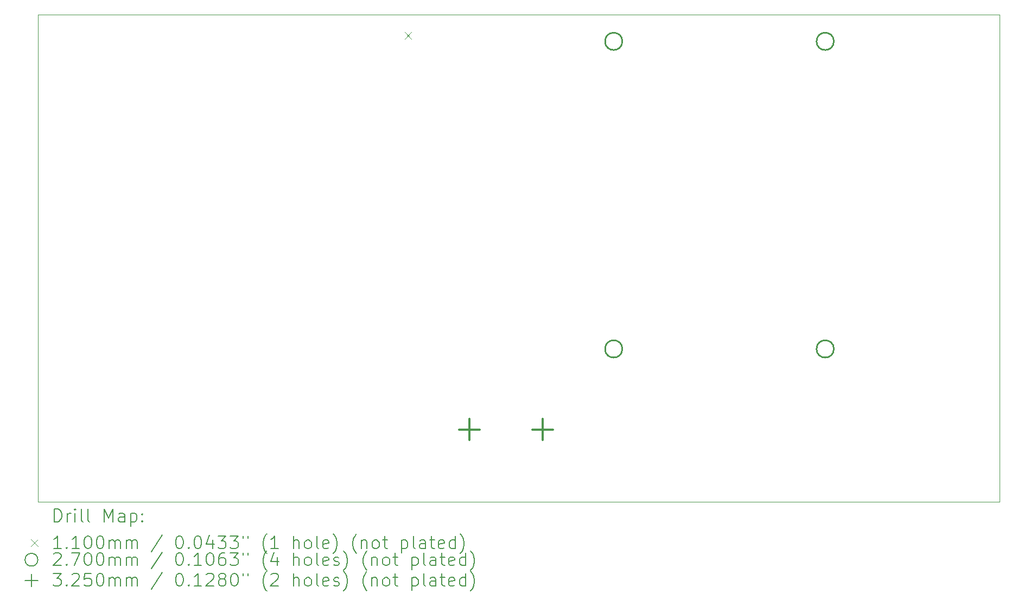
<source format=gbr>
%FSLAX45Y45*%
G04 Gerber Fmt 4.5, Leading zero omitted, Abs format (unit mm)*
G04 Created by KiCad (PCBNEW (5.99.0-10527-gaaffd0c137)) date 2021-08-05 17:11:38*
%MOMM*%
%LPD*%
G01*
G04 APERTURE LIST*
%TA.AperFunction,Profile*%
%ADD10C,0.050000*%
%TD*%
%ADD11C,0.200000*%
%ADD12C,0.110000*%
%ADD13C,0.270000*%
%ADD14C,0.325000*%
G04 APERTURE END LIST*
D10*
X7300000Y-13000000D02*
X22300000Y-13000500D01*
X7300000Y-5400000D02*
X22300000Y-5400000D01*
X7300000Y-13000000D02*
X7300000Y-5400000D01*
X22300000Y-5400000D02*
X22300000Y-13000500D01*
D11*
D12*
X13019000Y-5669000D02*
X13129000Y-5779000D01*
X13129000Y-5669000D02*
X13019000Y-5779000D01*
D13*
X16417000Y-5817000D02*
G75*
G03*
X16417000Y-5817000I-135000J0D01*
G01*
X16417000Y-10617000D02*
G75*
G03*
X16417000Y-10617000I-135000J0D01*
G01*
X19717000Y-5817000D02*
G75*
G03*
X19717000Y-5817000I-135000J0D01*
G01*
X19717000Y-10617000D02*
G75*
G03*
X19717000Y-10617000I-135000J0D01*
G01*
D14*
X14031000Y-11710500D02*
X14031000Y-12035500D01*
X13868500Y-11873000D02*
X14193500Y-11873000D01*
X15174000Y-11710500D02*
X15174000Y-12035500D01*
X15011500Y-11873000D02*
X15336500Y-11873000D01*
D11*
X7555119Y-13313476D02*
X7555119Y-13113476D01*
X7602738Y-13113476D01*
X7631309Y-13123000D01*
X7650357Y-13142048D01*
X7659881Y-13161095D01*
X7669405Y-13199190D01*
X7669405Y-13227762D01*
X7659881Y-13265857D01*
X7650357Y-13284905D01*
X7631309Y-13303952D01*
X7602738Y-13313476D01*
X7555119Y-13313476D01*
X7755119Y-13313476D02*
X7755119Y-13180143D01*
X7755119Y-13218238D02*
X7764643Y-13199190D01*
X7774167Y-13189667D01*
X7793214Y-13180143D01*
X7812262Y-13180143D01*
X7878928Y-13313476D02*
X7878928Y-13180143D01*
X7878928Y-13113476D02*
X7869405Y-13123000D01*
X7878928Y-13132524D01*
X7888452Y-13123000D01*
X7878928Y-13113476D01*
X7878928Y-13132524D01*
X8002738Y-13313476D02*
X7983690Y-13303952D01*
X7974167Y-13284905D01*
X7974167Y-13113476D01*
X8107500Y-13313476D02*
X8088452Y-13303952D01*
X8078928Y-13284905D01*
X8078928Y-13113476D01*
X8336071Y-13313476D02*
X8336071Y-13113476D01*
X8402738Y-13256333D01*
X8469405Y-13113476D01*
X8469405Y-13313476D01*
X8650357Y-13313476D02*
X8650357Y-13208714D01*
X8640833Y-13189667D01*
X8621786Y-13180143D01*
X8583690Y-13180143D01*
X8564643Y-13189667D01*
X8650357Y-13303952D02*
X8631310Y-13313476D01*
X8583690Y-13313476D01*
X8564643Y-13303952D01*
X8555119Y-13284905D01*
X8555119Y-13265857D01*
X8564643Y-13246809D01*
X8583690Y-13237286D01*
X8631310Y-13237286D01*
X8650357Y-13227762D01*
X8745595Y-13180143D02*
X8745595Y-13380143D01*
X8745595Y-13189667D02*
X8764643Y-13180143D01*
X8802738Y-13180143D01*
X8821786Y-13189667D01*
X8831310Y-13199190D01*
X8840833Y-13218238D01*
X8840833Y-13275381D01*
X8831310Y-13294428D01*
X8821786Y-13303952D01*
X8802738Y-13313476D01*
X8764643Y-13313476D01*
X8745595Y-13303952D01*
X8926548Y-13294428D02*
X8936071Y-13303952D01*
X8926548Y-13313476D01*
X8917024Y-13303952D01*
X8926548Y-13294428D01*
X8926548Y-13313476D01*
X8926548Y-13189667D02*
X8936071Y-13199190D01*
X8926548Y-13208714D01*
X8917024Y-13199190D01*
X8926548Y-13189667D01*
X8926548Y-13208714D01*
D12*
X7187500Y-13588000D02*
X7297500Y-13698000D01*
X7297500Y-13588000D02*
X7187500Y-13698000D01*
D11*
X7659881Y-13733476D02*
X7545595Y-13733476D01*
X7602738Y-13733476D02*
X7602738Y-13533476D01*
X7583690Y-13562048D01*
X7564643Y-13581095D01*
X7545595Y-13590619D01*
X7745595Y-13714428D02*
X7755119Y-13723952D01*
X7745595Y-13733476D01*
X7736071Y-13723952D01*
X7745595Y-13714428D01*
X7745595Y-13733476D01*
X7945595Y-13733476D02*
X7831309Y-13733476D01*
X7888452Y-13733476D02*
X7888452Y-13533476D01*
X7869405Y-13562048D01*
X7850357Y-13581095D01*
X7831309Y-13590619D01*
X8069405Y-13533476D02*
X8088452Y-13533476D01*
X8107500Y-13543000D01*
X8117024Y-13552524D01*
X8126548Y-13571571D01*
X8136071Y-13609667D01*
X8136071Y-13657286D01*
X8126548Y-13695381D01*
X8117024Y-13714428D01*
X8107500Y-13723952D01*
X8088452Y-13733476D01*
X8069405Y-13733476D01*
X8050357Y-13723952D01*
X8040833Y-13714428D01*
X8031309Y-13695381D01*
X8021786Y-13657286D01*
X8021786Y-13609667D01*
X8031309Y-13571571D01*
X8040833Y-13552524D01*
X8050357Y-13543000D01*
X8069405Y-13533476D01*
X8259881Y-13533476D02*
X8278928Y-13533476D01*
X8297976Y-13543000D01*
X8307500Y-13552524D01*
X8317024Y-13571571D01*
X8326548Y-13609667D01*
X8326548Y-13657286D01*
X8317024Y-13695381D01*
X8307500Y-13714428D01*
X8297976Y-13723952D01*
X8278928Y-13733476D01*
X8259881Y-13733476D01*
X8240833Y-13723952D01*
X8231309Y-13714428D01*
X8221786Y-13695381D01*
X8212262Y-13657286D01*
X8212262Y-13609667D01*
X8221786Y-13571571D01*
X8231309Y-13552524D01*
X8240833Y-13543000D01*
X8259881Y-13533476D01*
X8412262Y-13733476D02*
X8412262Y-13600143D01*
X8412262Y-13619190D02*
X8421786Y-13609667D01*
X8440833Y-13600143D01*
X8469405Y-13600143D01*
X8488452Y-13609667D01*
X8497976Y-13628714D01*
X8497976Y-13733476D01*
X8497976Y-13628714D02*
X8507500Y-13609667D01*
X8526548Y-13600143D01*
X8555119Y-13600143D01*
X8574167Y-13609667D01*
X8583690Y-13628714D01*
X8583690Y-13733476D01*
X8678929Y-13733476D02*
X8678929Y-13600143D01*
X8678929Y-13619190D02*
X8688452Y-13609667D01*
X8707500Y-13600143D01*
X8736071Y-13600143D01*
X8755119Y-13609667D01*
X8764643Y-13628714D01*
X8764643Y-13733476D01*
X8764643Y-13628714D02*
X8774167Y-13609667D01*
X8793214Y-13600143D01*
X8821786Y-13600143D01*
X8840833Y-13609667D01*
X8850357Y-13628714D01*
X8850357Y-13733476D01*
X9240833Y-13523952D02*
X9069405Y-13781095D01*
X9497976Y-13533476D02*
X9517024Y-13533476D01*
X9536071Y-13543000D01*
X9545595Y-13552524D01*
X9555119Y-13571571D01*
X9564643Y-13609667D01*
X9564643Y-13657286D01*
X9555119Y-13695381D01*
X9545595Y-13714428D01*
X9536071Y-13723952D01*
X9517024Y-13733476D01*
X9497976Y-13733476D01*
X9478929Y-13723952D01*
X9469405Y-13714428D01*
X9459881Y-13695381D01*
X9450357Y-13657286D01*
X9450357Y-13609667D01*
X9459881Y-13571571D01*
X9469405Y-13552524D01*
X9478929Y-13543000D01*
X9497976Y-13533476D01*
X9650357Y-13714428D02*
X9659881Y-13723952D01*
X9650357Y-13733476D01*
X9640833Y-13723952D01*
X9650357Y-13714428D01*
X9650357Y-13733476D01*
X9783690Y-13533476D02*
X9802738Y-13533476D01*
X9821786Y-13543000D01*
X9831310Y-13552524D01*
X9840833Y-13571571D01*
X9850357Y-13609667D01*
X9850357Y-13657286D01*
X9840833Y-13695381D01*
X9831310Y-13714428D01*
X9821786Y-13723952D01*
X9802738Y-13733476D01*
X9783690Y-13733476D01*
X9764643Y-13723952D01*
X9755119Y-13714428D01*
X9745595Y-13695381D01*
X9736071Y-13657286D01*
X9736071Y-13609667D01*
X9745595Y-13571571D01*
X9755119Y-13552524D01*
X9764643Y-13543000D01*
X9783690Y-13533476D01*
X10021786Y-13600143D02*
X10021786Y-13733476D01*
X9974167Y-13523952D02*
X9926548Y-13666809D01*
X10050357Y-13666809D01*
X10107500Y-13533476D02*
X10231310Y-13533476D01*
X10164643Y-13609667D01*
X10193214Y-13609667D01*
X10212262Y-13619190D01*
X10221786Y-13628714D01*
X10231310Y-13647762D01*
X10231310Y-13695381D01*
X10221786Y-13714428D01*
X10212262Y-13723952D01*
X10193214Y-13733476D01*
X10136071Y-13733476D01*
X10117024Y-13723952D01*
X10107500Y-13714428D01*
X10297976Y-13533476D02*
X10421786Y-13533476D01*
X10355119Y-13609667D01*
X10383690Y-13609667D01*
X10402738Y-13619190D01*
X10412262Y-13628714D01*
X10421786Y-13647762D01*
X10421786Y-13695381D01*
X10412262Y-13714428D01*
X10402738Y-13723952D01*
X10383690Y-13733476D01*
X10326548Y-13733476D01*
X10307500Y-13723952D01*
X10297976Y-13714428D01*
X10497976Y-13533476D02*
X10497976Y-13571571D01*
X10574167Y-13533476D02*
X10574167Y-13571571D01*
X10869405Y-13809667D02*
X10859881Y-13800143D01*
X10840833Y-13771571D01*
X10831310Y-13752524D01*
X10821786Y-13723952D01*
X10812262Y-13676333D01*
X10812262Y-13638238D01*
X10821786Y-13590619D01*
X10831310Y-13562048D01*
X10840833Y-13543000D01*
X10859881Y-13514428D01*
X10869405Y-13504905D01*
X11050357Y-13733476D02*
X10936071Y-13733476D01*
X10993214Y-13733476D02*
X10993214Y-13533476D01*
X10974167Y-13562048D01*
X10955119Y-13581095D01*
X10936071Y-13590619D01*
X11288452Y-13733476D02*
X11288452Y-13533476D01*
X11374167Y-13733476D02*
X11374167Y-13628714D01*
X11364643Y-13609667D01*
X11345595Y-13600143D01*
X11317024Y-13600143D01*
X11297976Y-13609667D01*
X11288452Y-13619190D01*
X11497976Y-13733476D02*
X11478928Y-13723952D01*
X11469405Y-13714428D01*
X11459881Y-13695381D01*
X11459881Y-13638238D01*
X11469405Y-13619190D01*
X11478928Y-13609667D01*
X11497976Y-13600143D01*
X11526548Y-13600143D01*
X11545595Y-13609667D01*
X11555119Y-13619190D01*
X11564643Y-13638238D01*
X11564643Y-13695381D01*
X11555119Y-13714428D01*
X11545595Y-13723952D01*
X11526548Y-13733476D01*
X11497976Y-13733476D01*
X11678928Y-13733476D02*
X11659881Y-13723952D01*
X11650357Y-13704905D01*
X11650357Y-13533476D01*
X11831309Y-13723952D02*
X11812262Y-13733476D01*
X11774167Y-13733476D01*
X11755119Y-13723952D01*
X11745595Y-13704905D01*
X11745595Y-13628714D01*
X11755119Y-13609667D01*
X11774167Y-13600143D01*
X11812262Y-13600143D01*
X11831309Y-13609667D01*
X11840833Y-13628714D01*
X11840833Y-13647762D01*
X11745595Y-13666809D01*
X11907500Y-13809667D02*
X11917024Y-13800143D01*
X11936071Y-13771571D01*
X11945595Y-13752524D01*
X11955119Y-13723952D01*
X11964643Y-13676333D01*
X11964643Y-13638238D01*
X11955119Y-13590619D01*
X11945595Y-13562048D01*
X11936071Y-13543000D01*
X11917024Y-13514428D01*
X11907500Y-13504905D01*
X12269405Y-13809667D02*
X12259881Y-13800143D01*
X12240833Y-13771571D01*
X12231309Y-13752524D01*
X12221786Y-13723952D01*
X12212262Y-13676333D01*
X12212262Y-13638238D01*
X12221786Y-13590619D01*
X12231309Y-13562048D01*
X12240833Y-13543000D01*
X12259881Y-13514428D01*
X12269405Y-13504905D01*
X12345595Y-13600143D02*
X12345595Y-13733476D01*
X12345595Y-13619190D02*
X12355119Y-13609667D01*
X12374167Y-13600143D01*
X12402738Y-13600143D01*
X12421786Y-13609667D01*
X12431309Y-13628714D01*
X12431309Y-13733476D01*
X12555119Y-13733476D02*
X12536071Y-13723952D01*
X12526548Y-13714428D01*
X12517024Y-13695381D01*
X12517024Y-13638238D01*
X12526548Y-13619190D01*
X12536071Y-13609667D01*
X12555119Y-13600143D01*
X12583690Y-13600143D01*
X12602738Y-13609667D01*
X12612262Y-13619190D01*
X12621786Y-13638238D01*
X12621786Y-13695381D01*
X12612262Y-13714428D01*
X12602738Y-13723952D01*
X12583690Y-13733476D01*
X12555119Y-13733476D01*
X12678928Y-13600143D02*
X12755119Y-13600143D01*
X12707500Y-13533476D02*
X12707500Y-13704905D01*
X12717024Y-13723952D01*
X12736071Y-13733476D01*
X12755119Y-13733476D01*
X12974167Y-13600143D02*
X12974167Y-13800143D01*
X12974167Y-13609667D02*
X12993214Y-13600143D01*
X13031309Y-13600143D01*
X13050357Y-13609667D01*
X13059881Y-13619190D01*
X13069405Y-13638238D01*
X13069405Y-13695381D01*
X13059881Y-13714428D01*
X13050357Y-13723952D01*
X13031309Y-13733476D01*
X12993214Y-13733476D01*
X12974167Y-13723952D01*
X13183690Y-13733476D02*
X13164643Y-13723952D01*
X13155119Y-13704905D01*
X13155119Y-13533476D01*
X13345595Y-13733476D02*
X13345595Y-13628714D01*
X13336071Y-13609667D01*
X13317024Y-13600143D01*
X13278928Y-13600143D01*
X13259881Y-13609667D01*
X13345595Y-13723952D02*
X13326548Y-13733476D01*
X13278928Y-13733476D01*
X13259881Y-13723952D01*
X13250357Y-13704905D01*
X13250357Y-13685857D01*
X13259881Y-13666809D01*
X13278928Y-13657286D01*
X13326548Y-13657286D01*
X13345595Y-13647762D01*
X13412262Y-13600143D02*
X13488452Y-13600143D01*
X13440833Y-13533476D02*
X13440833Y-13704905D01*
X13450357Y-13723952D01*
X13469405Y-13733476D01*
X13488452Y-13733476D01*
X13631309Y-13723952D02*
X13612262Y-13733476D01*
X13574167Y-13733476D01*
X13555119Y-13723952D01*
X13545595Y-13704905D01*
X13545595Y-13628714D01*
X13555119Y-13609667D01*
X13574167Y-13600143D01*
X13612262Y-13600143D01*
X13631309Y-13609667D01*
X13640833Y-13628714D01*
X13640833Y-13647762D01*
X13545595Y-13666809D01*
X13812262Y-13733476D02*
X13812262Y-13533476D01*
X13812262Y-13723952D02*
X13793214Y-13733476D01*
X13755119Y-13733476D01*
X13736071Y-13723952D01*
X13726548Y-13714428D01*
X13717024Y-13695381D01*
X13717024Y-13638238D01*
X13726548Y-13619190D01*
X13736071Y-13609667D01*
X13755119Y-13600143D01*
X13793214Y-13600143D01*
X13812262Y-13609667D01*
X13888452Y-13809667D02*
X13897976Y-13800143D01*
X13917024Y-13771571D01*
X13926548Y-13752524D01*
X13936071Y-13723952D01*
X13945595Y-13676333D01*
X13945595Y-13638238D01*
X13936071Y-13590619D01*
X13926548Y-13562048D01*
X13917024Y-13543000D01*
X13897976Y-13514428D01*
X13888452Y-13504905D01*
X7297500Y-13907000D02*
G75*
G03*
X7297500Y-13907000I-100000J0D01*
G01*
X7545595Y-13816524D02*
X7555119Y-13807000D01*
X7574167Y-13797476D01*
X7621786Y-13797476D01*
X7640833Y-13807000D01*
X7650357Y-13816524D01*
X7659881Y-13835571D01*
X7659881Y-13854619D01*
X7650357Y-13883190D01*
X7536071Y-13997476D01*
X7659881Y-13997476D01*
X7745595Y-13978428D02*
X7755119Y-13987952D01*
X7745595Y-13997476D01*
X7736071Y-13987952D01*
X7745595Y-13978428D01*
X7745595Y-13997476D01*
X7821786Y-13797476D02*
X7955119Y-13797476D01*
X7869405Y-13997476D01*
X8069405Y-13797476D02*
X8088452Y-13797476D01*
X8107500Y-13807000D01*
X8117024Y-13816524D01*
X8126548Y-13835571D01*
X8136071Y-13873667D01*
X8136071Y-13921286D01*
X8126548Y-13959381D01*
X8117024Y-13978428D01*
X8107500Y-13987952D01*
X8088452Y-13997476D01*
X8069405Y-13997476D01*
X8050357Y-13987952D01*
X8040833Y-13978428D01*
X8031309Y-13959381D01*
X8021786Y-13921286D01*
X8021786Y-13873667D01*
X8031309Y-13835571D01*
X8040833Y-13816524D01*
X8050357Y-13807000D01*
X8069405Y-13797476D01*
X8259881Y-13797476D02*
X8278928Y-13797476D01*
X8297976Y-13807000D01*
X8307500Y-13816524D01*
X8317024Y-13835571D01*
X8326548Y-13873667D01*
X8326548Y-13921286D01*
X8317024Y-13959381D01*
X8307500Y-13978428D01*
X8297976Y-13987952D01*
X8278928Y-13997476D01*
X8259881Y-13997476D01*
X8240833Y-13987952D01*
X8231309Y-13978428D01*
X8221786Y-13959381D01*
X8212262Y-13921286D01*
X8212262Y-13873667D01*
X8221786Y-13835571D01*
X8231309Y-13816524D01*
X8240833Y-13807000D01*
X8259881Y-13797476D01*
X8412262Y-13997476D02*
X8412262Y-13864143D01*
X8412262Y-13883190D02*
X8421786Y-13873667D01*
X8440833Y-13864143D01*
X8469405Y-13864143D01*
X8488452Y-13873667D01*
X8497976Y-13892714D01*
X8497976Y-13997476D01*
X8497976Y-13892714D02*
X8507500Y-13873667D01*
X8526548Y-13864143D01*
X8555119Y-13864143D01*
X8574167Y-13873667D01*
X8583690Y-13892714D01*
X8583690Y-13997476D01*
X8678929Y-13997476D02*
X8678929Y-13864143D01*
X8678929Y-13883190D02*
X8688452Y-13873667D01*
X8707500Y-13864143D01*
X8736071Y-13864143D01*
X8755119Y-13873667D01*
X8764643Y-13892714D01*
X8764643Y-13997476D01*
X8764643Y-13892714D02*
X8774167Y-13873667D01*
X8793214Y-13864143D01*
X8821786Y-13864143D01*
X8840833Y-13873667D01*
X8850357Y-13892714D01*
X8850357Y-13997476D01*
X9240833Y-13787952D02*
X9069405Y-14045095D01*
X9497976Y-13797476D02*
X9517024Y-13797476D01*
X9536071Y-13807000D01*
X9545595Y-13816524D01*
X9555119Y-13835571D01*
X9564643Y-13873667D01*
X9564643Y-13921286D01*
X9555119Y-13959381D01*
X9545595Y-13978428D01*
X9536071Y-13987952D01*
X9517024Y-13997476D01*
X9497976Y-13997476D01*
X9478929Y-13987952D01*
X9469405Y-13978428D01*
X9459881Y-13959381D01*
X9450357Y-13921286D01*
X9450357Y-13873667D01*
X9459881Y-13835571D01*
X9469405Y-13816524D01*
X9478929Y-13807000D01*
X9497976Y-13797476D01*
X9650357Y-13978428D02*
X9659881Y-13987952D01*
X9650357Y-13997476D01*
X9640833Y-13987952D01*
X9650357Y-13978428D01*
X9650357Y-13997476D01*
X9850357Y-13997476D02*
X9736071Y-13997476D01*
X9793214Y-13997476D02*
X9793214Y-13797476D01*
X9774167Y-13826048D01*
X9755119Y-13845095D01*
X9736071Y-13854619D01*
X9974167Y-13797476D02*
X9993214Y-13797476D01*
X10012262Y-13807000D01*
X10021786Y-13816524D01*
X10031310Y-13835571D01*
X10040833Y-13873667D01*
X10040833Y-13921286D01*
X10031310Y-13959381D01*
X10021786Y-13978428D01*
X10012262Y-13987952D01*
X9993214Y-13997476D01*
X9974167Y-13997476D01*
X9955119Y-13987952D01*
X9945595Y-13978428D01*
X9936071Y-13959381D01*
X9926548Y-13921286D01*
X9926548Y-13873667D01*
X9936071Y-13835571D01*
X9945595Y-13816524D01*
X9955119Y-13807000D01*
X9974167Y-13797476D01*
X10212262Y-13797476D02*
X10174167Y-13797476D01*
X10155119Y-13807000D01*
X10145595Y-13816524D01*
X10126548Y-13845095D01*
X10117024Y-13883190D01*
X10117024Y-13959381D01*
X10126548Y-13978428D01*
X10136071Y-13987952D01*
X10155119Y-13997476D01*
X10193214Y-13997476D01*
X10212262Y-13987952D01*
X10221786Y-13978428D01*
X10231310Y-13959381D01*
X10231310Y-13911762D01*
X10221786Y-13892714D01*
X10212262Y-13883190D01*
X10193214Y-13873667D01*
X10155119Y-13873667D01*
X10136071Y-13883190D01*
X10126548Y-13892714D01*
X10117024Y-13911762D01*
X10297976Y-13797476D02*
X10421786Y-13797476D01*
X10355119Y-13873667D01*
X10383690Y-13873667D01*
X10402738Y-13883190D01*
X10412262Y-13892714D01*
X10421786Y-13911762D01*
X10421786Y-13959381D01*
X10412262Y-13978428D01*
X10402738Y-13987952D01*
X10383690Y-13997476D01*
X10326548Y-13997476D01*
X10307500Y-13987952D01*
X10297976Y-13978428D01*
X10497976Y-13797476D02*
X10497976Y-13835571D01*
X10574167Y-13797476D02*
X10574167Y-13835571D01*
X10869405Y-14073667D02*
X10859881Y-14064143D01*
X10840833Y-14035571D01*
X10831310Y-14016524D01*
X10821786Y-13987952D01*
X10812262Y-13940333D01*
X10812262Y-13902238D01*
X10821786Y-13854619D01*
X10831310Y-13826048D01*
X10840833Y-13807000D01*
X10859881Y-13778428D01*
X10869405Y-13768905D01*
X11031310Y-13864143D02*
X11031310Y-13997476D01*
X10983690Y-13787952D02*
X10936071Y-13930809D01*
X11059881Y-13930809D01*
X11288452Y-13997476D02*
X11288452Y-13797476D01*
X11374167Y-13997476D02*
X11374167Y-13892714D01*
X11364643Y-13873667D01*
X11345595Y-13864143D01*
X11317024Y-13864143D01*
X11297976Y-13873667D01*
X11288452Y-13883190D01*
X11497976Y-13997476D02*
X11478928Y-13987952D01*
X11469405Y-13978428D01*
X11459881Y-13959381D01*
X11459881Y-13902238D01*
X11469405Y-13883190D01*
X11478928Y-13873667D01*
X11497976Y-13864143D01*
X11526548Y-13864143D01*
X11545595Y-13873667D01*
X11555119Y-13883190D01*
X11564643Y-13902238D01*
X11564643Y-13959381D01*
X11555119Y-13978428D01*
X11545595Y-13987952D01*
X11526548Y-13997476D01*
X11497976Y-13997476D01*
X11678928Y-13997476D02*
X11659881Y-13987952D01*
X11650357Y-13968905D01*
X11650357Y-13797476D01*
X11831309Y-13987952D02*
X11812262Y-13997476D01*
X11774167Y-13997476D01*
X11755119Y-13987952D01*
X11745595Y-13968905D01*
X11745595Y-13892714D01*
X11755119Y-13873667D01*
X11774167Y-13864143D01*
X11812262Y-13864143D01*
X11831309Y-13873667D01*
X11840833Y-13892714D01*
X11840833Y-13911762D01*
X11745595Y-13930809D01*
X11917024Y-13987952D02*
X11936071Y-13997476D01*
X11974167Y-13997476D01*
X11993214Y-13987952D01*
X12002738Y-13968905D01*
X12002738Y-13959381D01*
X11993214Y-13940333D01*
X11974167Y-13930809D01*
X11945595Y-13930809D01*
X11926548Y-13921286D01*
X11917024Y-13902238D01*
X11917024Y-13892714D01*
X11926548Y-13873667D01*
X11945595Y-13864143D01*
X11974167Y-13864143D01*
X11993214Y-13873667D01*
X12069405Y-14073667D02*
X12078928Y-14064143D01*
X12097976Y-14035571D01*
X12107500Y-14016524D01*
X12117024Y-13987952D01*
X12126548Y-13940333D01*
X12126548Y-13902238D01*
X12117024Y-13854619D01*
X12107500Y-13826048D01*
X12097976Y-13807000D01*
X12078928Y-13778428D01*
X12069405Y-13768905D01*
X12431309Y-14073667D02*
X12421786Y-14064143D01*
X12402738Y-14035571D01*
X12393214Y-14016524D01*
X12383690Y-13987952D01*
X12374167Y-13940333D01*
X12374167Y-13902238D01*
X12383690Y-13854619D01*
X12393214Y-13826048D01*
X12402738Y-13807000D01*
X12421786Y-13778428D01*
X12431309Y-13768905D01*
X12507500Y-13864143D02*
X12507500Y-13997476D01*
X12507500Y-13883190D02*
X12517024Y-13873667D01*
X12536071Y-13864143D01*
X12564643Y-13864143D01*
X12583690Y-13873667D01*
X12593214Y-13892714D01*
X12593214Y-13997476D01*
X12717024Y-13997476D02*
X12697976Y-13987952D01*
X12688452Y-13978428D01*
X12678928Y-13959381D01*
X12678928Y-13902238D01*
X12688452Y-13883190D01*
X12697976Y-13873667D01*
X12717024Y-13864143D01*
X12745595Y-13864143D01*
X12764643Y-13873667D01*
X12774167Y-13883190D01*
X12783690Y-13902238D01*
X12783690Y-13959381D01*
X12774167Y-13978428D01*
X12764643Y-13987952D01*
X12745595Y-13997476D01*
X12717024Y-13997476D01*
X12840833Y-13864143D02*
X12917024Y-13864143D01*
X12869405Y-13797476D02*
X12869405Y-13968905D01*
X12878928Y-13987952D01*
X12897976Y-13997476D01*
X12917024Y-13997476D01*
X13136071Y-13864143D02*
X13136071Y-14064143D01*
X13136071Y-13873667D02*
X13155119Y-13864143D01*
X13193214Y-13864143D01*
X13212262Y-13873667D01*
X13221786Y-13883190D01*
X13231309Y-13902238D01*
X13231309Y-13959381D01*
X13221786Y-13978428D01*
X13212262Y-13987952D01*
X13193214Y-13997476D01*
X13155119Y-13997476D01*
X13136071Y-13987952D01*
X13345595Y-13997476D02*
X13326548Y-13987952D01*
X13317024Y-13968905D01*
X13317024Y-13797476D01*
X13507500Y-13997476D02*
X13507500Y-13892714D01*
X13497976Y-13873667D01*
X13478928Y-13864143D01*
X13440833Y-13864143D01*
X13421786Y-13873667D01*
X13507500Y-13987952D02*
X13488452Y-13997476D01*
X13440833Y-13997476D01*
X13421786Y-13987952D01*
X13412262Y-13968905D01*
X13412262Y-13949857D01*
X13421786Y-13930809D01*
X13440833Y-13921286D01*
X13488452Y-13921286D01*
X13507500Y-13911762D01*
X13574167Y-13864143D02*
X13650357Y-13864143D01*
X13602738Y-13797476D02*
X13602738Y-13968905D01*
X13612262Y-13987952D01*
X13631309Y-13997476D01*
X13650357Y-13997476D01*
X13793214Y-13987952D02*
X13774167Y-13997476D01*
X13736071Y-13997476D01*
X13717024Y-13987952D01*
X13707500Y-13968905D01*
X13707500Y-13892714D01*
X13717024Y-13873667D01*
X13736071Y-13864143D01*
X13774167Y-13864143D01*
X13793214Y-13873667D01*
X13802738Y-13892714D01*
X13802738Y-13911762D01*
X13707500Y-13930809D01*
X13974167Y-13997476D02*
X13974167Y-13797476D01*
X13974167Y-13987952D02*
X13955119Y-13997476D01*
X13917024Y-13997476D01*
X13897976Y-13987952D01*
X13888452Y-13978428D01*
X13878928Y-13959381D01*
X13878928Y-13902238D01*
X13888452Y-13883190D01*
X13897976Y-13873667D01*
X13917024Y-13864143D01*
X13955119Y-13864143D01*
X13974167Y-13873667D01*
X14050357Y-14073667D02*
X14059881Y-14064143D01*
X14078928Y-14035571D01*
X14088452Y-14016524D01*
X14097976Y-13987952D01*
X14107500Y-13940333D01*
X14107500Y-13902238D01*
X14097976Y-13854619D01*
X14088452Y-13826048D01*
X14078928Y-13807000D01*
X14059881Y-13778428D01*
X14050357Y-13768905D01*
X7197500Y-14127000D02*
X7197500Y-14327000D01*
X7097500Y-14227000D02*
X7297500Y-14227000D01*
X7536071Y-14117476D02*
X7659881Y-14117476D01*
X7593214Y-14193667D01*
X7621786Y-14193667D01*
X7640833Y-14203190D01*
X7650357Y-14212714D01*
X7659881Y-14231762D01*
X7659881Y-14279381D01*
X7650357Y-14298428D01*
X7640833Y-14307952D01*
X7621786Y-14317476D01*
X7564643Y-14317476D01*
X7545595Y-14307952D01*
X7536071Y-14298428D01*
X7745595Y-14298428D02*
X7755119Y-14307952D01*
X7745595Y-14317476D01*
X7736071Y-14307952D01*
X7745595Y-14298428D01*
X7745595Y-14317476D01*
X7831309Y-14136524D02*
X7840833Y-14127000D01*
X7859881Y-14117476D01*
X7907500Y-14117476D01*
X7926548Y-14127000D01*
X7936071Y-14136524D01*
X7945595Y-14155571D01*
X7945595Y-14174619D01*
X7936071Y-14203190D01*
X7821786Y-14317476D01*
X7945595Y-14317476D01*
X8126548Y-14117476D02*
X8031309Y-14117476D01*
X8021786Y-14212714D01*
X8031309Y-14203190D01*
X8050357Y-14193667D01*
X8097976Y-14193667D01*
X8117024Y-14203190D01*
X8126548Y-14212714D01*
X8136071Y-14231762D01*
X8136071Y-14279381D01*
X8126548Y-14298428D01*
X8117024Y-14307952D01*
X8097976Y-14317476D01*
X8050357Y-14317476D01*
X8031309Y-14307952D01*
X8021786Y-14298428D01*
X8259881Y-14117476D02*
X8278928Y-14117476D01*
X8297976Y-14127000D01*
X8307500Y-14136524D01*
X8317024Y-14155571D01*
X8326548Y-14193667D01*
X8326548Y-14241286D01*
X8317024Y-14279381D01*
X8307500Y-14298428D01*
X8297976Y-14307952D01*
X8278928Y-14317476D01*
X8259881Y-14317476D01*
X8240833Y-14307952D01*
X8231309Y-14298428D01*
X8221786Y-14279381D01*
X8212262Y-14241286D01*
X8212262Y-14193667D01*
X8221786Y-14155571D01*
X8231309Y-14136524D01*
X8240833Y-14127000D01*
X8259881Y-14117476D01*
X8412262Y-14317476D02*
X8412262Y-14184143D01*
X8412262Y-14203190D02*
X8421786Y-14193667D01*
X8440833Y-14184143D01*
X8469405Y-14184143D01*
X8488452Y-14193667D01*
X8497976Y-14212714D01*
X8497976Y-14317476D01*
X8497976Y-14212714D02*
X8507500Y-14193667D01*
X8526548Y-14184143D01*
X8555119Y-14184143D01*
X8574167Y-14193667D01*
X8583690Y-14212714D01*
X8583690Y-14317476D01*
X8678929Y-14317476D02*
X8678929Y-14184143D01*
X8678929Y-14203190D02*
X8688452Y-14193667D01*
X8707500Y-14184143D01*
X8736071Y-14184143D01*
X8755119Y-14193667D01*
X8764643Y-14212714D01*
X8764643Y-14317476D01*
X8764643Y-14212714D02*
X8774167Y-14193667D01*
X8793214Y-14184143D01*
X8821786Y-14184143D01*
X8840833Y-14193667D01*
X8850357Y-14212714D01*
X8850357Y-14317476D01*
X9240833Y-14107952D02*
X9069405Y-14365095D01*
X9497976Y-14117476D02*
X9517024Y-14117476D01*
X9536071Y-14127000D01*
X9545595Y-14136524D01*
X9555119Y-14155571D01*
X9564643Y-14193667D01*
X9564643Y-14241286D01*
X9555119Y-14279381D01*
X9545595Y-14298428D01*
X9536071Y-14307952D01*
X9517024Y-14317476D01*
X9497976Y-14317476D01*
X9478929Y-14307952D01*
X9469405Y-14298428D01*
X9459881Y-14279381D01*
X9450357Y-14241286D01*
X9450357Y-14193667D01*
X9459881Y-14155571D01*
X9469405Y-14136524D01*
X9478929Y-14127000D01*
X9497976Y-14117476D01*
X9650357Y-14298428D02*
X9659881Y-14307952D01*
X9650357Y-14317476D01*
X9640833Y-14307952D01*
X9650357Y-14298428D01*
X9650357Y-14317476D01*
X9850357Y-14317476D02*
X9736071Y-14317476D01*
X9793214Y-14317476D02*
X9793214Y-14117476D01*
X9774167Y-14146048D01*
X9755119Y-14165095D01*
X9736071Y-14174619D01*
X9926548Y-14136524D02*
X9936071Y-14127000D01*
X9955119Y-14117476D01*
X10002738Y-14117476D01*
X10021786Y-14127000D01*
X10031310Y-14136524D01*
X10040833Y-14155571D01*
X10040833Y-14174619D01*
X10031310Y-14203190D01*
X9917024Y-14317476D01*
X10040833Y-14317476D01*
X10155119Y-14203190D02*
X10136071Y-14193667D01*
X10126548Y-14184143D01*
X10117024Y-14165095D01*
X10117024Y-14155571D01*
X10126548Y-14136524D01*
X10136071Y-14127000D01*
X10155119Y-14117476D01*
X10193214Y-14117476D01*
X10212262Y-14127000D01*
X10221786Y-14136524D01*
X10231310Y-14155571D01*
X10231310Y-14165095D01*
X10221786Y-14184143D01*
X10212262Y-14193667D01*
X10193214Y-14203190D01*
X10155119Y-14203190D01*
X10136071Y-14212714D01*
X10126548Y-14222238D01*
X10117024Y-14241286D01*
X10117024Y-14279381D01*
X10126548Y-14298428D01*
X10136071Y-14307952D01*
X10155119Y-14317476D01*
X10193214Y-14317476D01*
X10212262Y-14307952D01*
X10221786Y-14298428D01*
X10231310Y-14279381D01*
X10231310Y-14241286D01*
X10221786Y-14222238D01*
X10212262Y-14212714D01*
X10193214Y-14203190D01*
X10355119Y-14117476D02*
X10374167Y-14117476D01*
X10393214Y-14127000D01*
X10402738Y-14136524D01*
X10412262Y-14155571D01*
X10421786Y-14193667D01*
X10421786Y-14241286D01*
X10412262Y-14279381D01*
X10402738Y-14298428D01*
X10393214Y-14307952D01*
X10374167Y-14317476D01*
X10355119Y-14317476D01*
X10336071Y-14307952D01*
X10326548Y-14298428D01*
X10317024Y-14279381D01*
X10307500Y-14241286D01*
X10307500Y-14193667D01*
X10317024Y-14155571D01*
X10326548Y-14136524D01*
X10336071Y-14127000D01*
X10355119Y-14117476D01*
X10497976Y-14117476D02*
X10497976Y-14155571D01*
X10574167Y-14117476D02*
X10574167Y-14155571D01*
X10869405Y-14393667D02*
X10859881Y-14384143D01*
X10840833Y-14355571D01*
X10831310Y-14336524D01*
X10821786Y-14307952D01*
X10812262Y-14260333D01*
X10812262Y-14222238D01*
X10821786Y-14174619D01*
X10831310Y-14146048D01*
X10840833Y-14127000D01*
X10859881Y-14098428D01*
X10869405Y-14088905D01*
X10936071Y-14136524D02*
X10945595Y-14127000D01*
X10964643Y-14117476D01*
X11012262Y-14117476D01*
X11031310Y-14127000D01*
X11040833Y-14136524D01*
X11050357Y-14155571D01*
X11050357Y-14174619D01*
X11040833Y-14203190D01*
X10926548Y-14317476D01*
X11050357Y-14317476D01*
X11288452Y-14317476D02*
X11288452Y-14117476D01*
X11374167Y-14317476D02*
X11374167Y-14212714D01*
X11364643Y-14193667D01*
X11345595Y-14184143D01*
X11317024Y-14184143D01*
X11297976Y-14193667D01*
X11288452Y-14203190D01*
X11497976Y-14317476D02*
X11478928Y-14307952D01*
X11469405Y-14298428D01*
X11459881Y-14279381D01*
X11459881Y-14222238D01*
X11469405Y-14203190D01*
X11478928Y-14193667D01*
X11497976Y-14184143D01*
X11526548Y-14184143D01*
X11545595Y-14193667D01*
X11555119Y-14203190D01*
X11564643Y-14222238D01*
X11564643Y-14279381D01*
X11555119Y-14298428D01*
X11545595Y-14307952D01*
X11526548Y-14317476D01*
X11497976Y-14317476D01*
X11678928Y-14317476D02*
X11659881Y-14307952D01*
X11650357Y-14288905D01*
X11650357Y-14117476D01*
X11831309Y-14307952D02*
X11812262Y-14317476D01*
X11774167Y-14317476D01*
X11755119Y-14307952D01*
X11745595Y-14288905D01*
X11745595Y-14212714D01*
X11755119Y-14193667D01*
X11774167Y-14184143D01*
X11812262Y-14184143D01*
X11831309Y-14193667D01*
X11840833Y-14212714D01*
X11840833Y-14231762D01*
X11745595Y-14250809D01*
X11917024Y-14307952D02*
X11936071Y-14317476D01*
X11974167Y-14317476D01*
X11993214Y-14307952D01*
X12002738Y-14288905D01*
X12002738Y-14279381D01*
X11993214Y-14260333D01*
X11974167Y-14250809D01*
X11945595Y-14250809D01*
X11926548Y-14241286D01*
X11917024Y-14222238D01*
X11917024Y-14212714D01*
X11926548Y-14193667D01*
X11945595Y-14184143D01*
X11974167Y-14184143D01*
X11993214Y-14193667D01*
X12069405Y-14393667D02*
X12078928Y-14384143D01*
X12097976Y-14355571D01*
X12107500Y-14336524D01*
X12117024Y-14307952D01*
X12126548Y-14260333D01*
X12126548Y-14222238D01*
X12117024Y-14174619D01*
X12107500Y-14146048D01*
X12097976Y-14127000D01*
X12078928Y-14098428D01*
X12069405Y-14088905D01*
X12431309Y-14393667D02*
X12421786Y-14384143D01*
X12402738Y-14355571D01*
X12393214Y-14336524D01*
X12383690Y-14307952D01*
X12374167Y-14260333D01*
X12374167Y-14222238D01*
X12383690Y-14174619D01*
X12393214Y-14146048D01*
X12402738Y-14127000D01*
X12421786Y-14098428D01*
X12431309Y-14088905D01*
X12507500Y-14184143D02*
X12507500Y-14317476D01*
X12507500Y-14203190D02*
X12517024Y-14193667D01*
X12536071Y-14184143D01*
X12564643Y-14184143D01*
X12583690Y-14193667D01*
X12593214Y-14212714D01*
X12593214Y-14317476D01*
X12717024Y-14317476D02*
X12697976Y-14307952D01*
X12688452Y-14298428D01*
X12678928Y-14279381D01*
X12678928Y-14222238D01*
X12688452Y-14203190D01*
X12697976Y-14193667D01*
X12717024Y-14184143D01*
X12745595Y-14184143D01*
X12764643Y-14193667D01*
X12774167Y-14203190D01*
X12783690Y-14222238D01*
X12783690Y-14279381D01*
X12774167Y-14298428D01*
X12764643Y-14307952D01*
X12745595Y-14317476D01*
X12717024Y-14317476D01*
X12840833Y-14184143D02*
X12917024Y-14184143D01*
X12869405Y-14117476D02*
X12869405Y-14288905D01*
X12878928Y-14307952D01*
X12897976Y-14317476D01*
X12917024Y-14317476D01*
X13136071Y-14184143D02*
X13136071Y-14384143D01*
X13136071Y-14193667D02*
X13155119Y-14184143D01*
X13193214Y-14184143D01*
X13212262Y-14193667D01*
X13221786Y-14203190D01*
X13231309Y-14222238D01*
X13231309Y-14279381D01*
X13221786Y-14298428D01*
X13212262Y-14307952D01*
X13193214Y-14317476D01*
X13155119Y-14317476D01*
X13136071Y-14307952D01*
X13345595Y-14317476D02*
X13326548Y-14307952D01*
X13317024Y-14288905D01*
X13317024Y-14117476D01*
X13507500Y-14317476D02*
X13507500Y-14212714D01*
X13497976Y-14193667D01*
X13478928Y-14184143D01*
X13440833Y-14184143D01*
X13421786Y-14193667D01*
X13507500Y-14307952D02*
X13488452Y-14317476D01*
X13440833Y-14317476D01*
X13421786Y-14307952D01*
X13412262Y-14288905D01*
X13412262Y-14269857D01*
X13421786Y-14250809D01*
X13440833Y-14241286D01*
X13488452Y-14241286D01*
X13507500Y-14231762D01*
X13574167Y-14184143D02*
X13650357Y-14184143D01*
X13602738Y-14117476D02*
X13602738Y-14288905D01*
X13612262Y-14307952D01*
X13631309Y-14317476D01*
X13650357Y-14317476D01*
X13793214Y-14307952D02*
X13774167Y-14317476D01*
X13736071Y-14317476D01*
X13717024Y-14307952D01*
X13707500Y-14288905D01*
X13707500Y-14212714D01*
X13717024Y-14193667D01*
X13736071Y-14184143D01*
X13774167Y-14184143D01*
X13793214Y-14193667D01*
X13802738Y-14212714D01*
X13802738Y-14231762D01*
X13707500Y-14250809D01*
X13974167Y-14317476D02*
X13974167Y-14117476D01*
X13974167Y-14307952D02*
X13955119Y-14317476D01*
X13917024Y-14317476D01*
X13897976Y-14307952D01*
X13888452Y-14298428D01*
X13878928Y-14279381D01*
X13878928Y-14222238D01*
X13888452Y-14203190D01*
X13897976Y-14193667D01*
X13917024Y-14184143D01*
X13955119Y-14184143D01*
X13974167Y-14193667D01*
X14050357Y-14393667D02*
X14059881Y-14384143D01*
X14078928Y-14355571D01*
X14088452Y-14336524D01*
X14097976Y-14307952D01*
X14107500Y-14260333D01*
X14107500Y-14222238D01*
X14097976Y-14174619D01*
X14088452Y-14146048D01*
X14078928Y-14127000D01*
X14059881Y-14098428D01*
X14050357Y-14088905D01*
M02*

</source>
